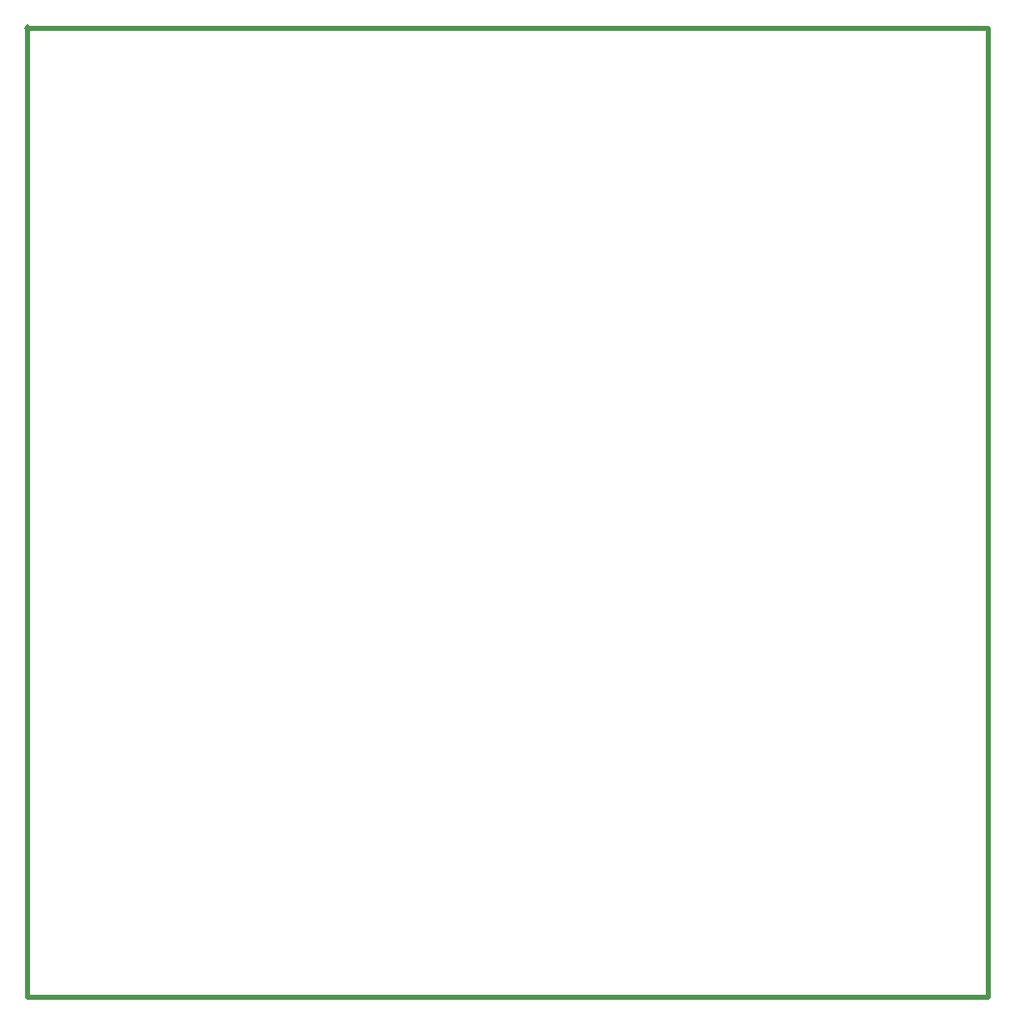
<source format=gm1>
G04*
G04 #@! TF.GenerationSoftware,Altium Limited,Altium Designer,22.4.2 (48)*
G04*
G04 Layer_Color=16711935*
%FSLAX25Y25*%
%MOIN*%
G70*
G04*
G04 #@! TF.SameCoordinates,BAC31E3D-66FD-4EC8-AF34-655C25E5E96E*
G04*
G04*
G04 #@! TF.FilePolarity,Positive*
G04*
G01*
G75*
%ADD62C,0.01968*%
D62*
X315000Y101000D02*
Y488500D01*
Y101000D02*
X699000D01*
Y488000D01*
X314500D02*
X699000D01*
M02*

</source>
